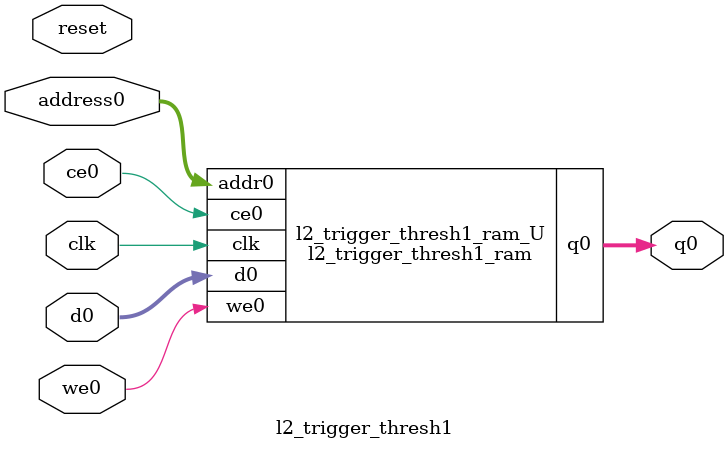
<source format=v>

`timescale 1 ns / 1 ps
module l2_trigger_thresh1_ram (addr0, ce0, d0, we0, q0,  clk);

parameter DWIDTH = 31;
parameter AWIDTH = 11;
parameter MEM_SIZE = 1152;

input[AWIDTH-1:0] addr0;
input ce0;
input[DWIDTH-1:0] d0;
input we0;
output reg[DWIDTH-1:0] q0;
input clk;

(* ram_style = "block" *)reg [DWIDTH-1:0] ram[MEM_SIZE-1:0];




always @(posedge clk)  
begin 
    if (ce0) 
    begin
        if (we0) 
        begin 
            ram[addr0] <= d0; 
            q0 <= d0;
        end 
        else 
            q0 <= ram[addr0];
    end
end


endmodule


`timescale 1 ns / 1 ps
module l2_trigger_thresh1(
    reset,
    clk,
    address0,
    ce0,
    we0,
    d0,
    q0);

parameter DataWidth = 32'd31;
parameter AddressRange = 32'd1152;
parameter AddressWidth = 32'd11;
input reset;
input clk;
input[AddressWidth - 1:0] address0;
input ce0;
input we0;
input[DataWidth - 1:0] d0;
output[DataWidth - 1:0] q0;



l2_trigger_thresh1_ram l2_trigger_thresh1_ram_U(
    .clk( clk ),
    .addr0( address0 ),
    .ce0( ce0 ),
    .d0( d0 ),
    .we0( we0 ),
    .q0( q0 ));

endmodule


</source>
